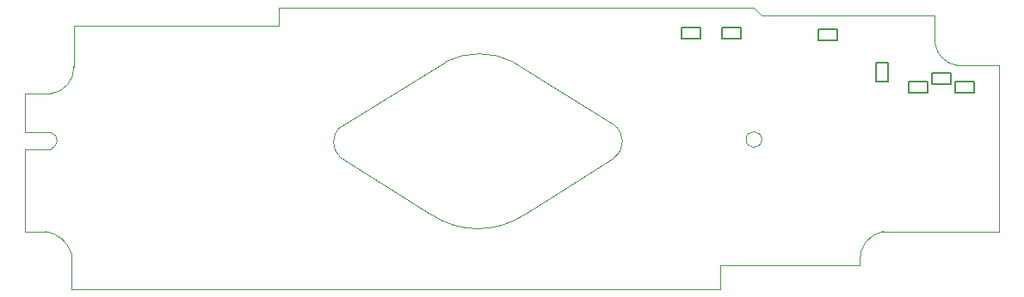
<source format=gbr>
%TF.GenerationSoftware,KiCad,Pcbnew,(7.0.0)*%
%TF.CreationDate,2023-04-17T21:08:14+08:00*%
%TF.ProjectId,opsx_x,6f707378-5f78-42e6-9b69-6361645f7063,rev?*%
%TF.SameCoordinates,Original*%
%TF.FileFunction,Profile,NP*%
%FSLAX46Y46*%
G04 Gerber Fmt 4.6, Leading zero omitted, Abs format (unit mm)*
G04 Created by KiCad (PCBNEW (7.0.0)) date 2023-04-17 21:08:14*
%MOMM*%
%LPD*%
G01*
G04 APERTURE LIST*
%TA.AperFunction,Profile*%
%ADD10C,0.100000*%
%TD*%
%TA.AperFunction,Profile*%
%ADD11C,0.200000*%
%TD*%
G04 APERTURE END LIST*
D10*
%TO.C,sx1*%
X25397599Y-66266200D02*
X27937599Y-66266200D01*
X25397599Y-70076200D02*
X25397599Y-66266200D01*
X25397599Y-71727200D02*
X27937599Y-71727200D01*
X25397599Y-79855200D02*
X25397599Y-71727200D01*
X27429599Y-79855200D02*
X25397599Y-79855200D01*
X27937599Y-70076200D02*
X25397599Y-70076200D01*
X29969599Y-85570200D02*
X29969599Y-82014200D01*
X30223599Y-59535200D02*
X30223599Y-63599200D01*
X30223599Y-59535200D02*
X50416599Y-59535200D01*
X50416599Y-57757200D02*
X97152599Y-57757200D01*
X50416599Y-59535200D02*
X50416599Y-57757200D01*
X56385599Y-69568200D02*
X66799599Y-63091200D01*
X56385599Y-72489200D02*
X65402599Y-78204200D01*
X73403599Y-63091200D02*
X83309599Y-69314200D01*
X83309599Y-72616200D02*
X74546599Y-78204200D01*
X93850599Y-83157200D02*
X93850599Y-85570200D01*
X93850599Y-85570200D02*
X29969599Y-85570200D01*
X97152599Y-57757200D02*
X97914599Y-58519200D01*
X97914599Y-58519200D02*
X114932599Y-58519200D01*
X107566599Y-82776200D02*
X107566599Y-83157200D01*
X107566599Y-83157200D02*
X93850599Y-83157200D01*
X114932599Y-58519200D02*
X114932599Y-61313200D01*
X117091599Y-63472200D02*
X121282599Y-63472200D01*
X121282599Y-63472200D02*
X121282599Y-79855200D01*
X121282599Y-79855200D02*
X109852599Y-79855200D01*
D11*
X90015199Y-59713000D02*
X91894799Y-59713000D01*
X91894799Y-59713000D02*
X91894799Y-60830600D01*
X91894799Y-60830600D02*
X90015199Y-60830600D01*
X90015199Y-60830600D02*
X90015199Y-59713000D01*
X93977599Y-59713000D02*
X95857199Y-59713000D01*
X95857199Y-59713000D02*
X95857199Y-60830600D01*
X95857199Y-60830600D02*
X93977599Y-60830600D01*
X93977599Y-60830600D02*
X93977599Y-59713000D01*
X103426399Y-59865400D02*
X105305999Y-59865400D01*
X105305999Y-59865400D02*
X105305999Y-60983000D01*
X105305999Y-60983000D02*
X103426399Y-60983000D01*
X103426399Y-60983000D02*
X103426399Y-59865400D01*
X109166799Y-65097800D02*
X110284399Y-65097800D01*
X110284399Y-65097800D02*
X110284399Y-63218200D01*
X110284399Y-63218200D02*
X109166799Y-63218200D01*
X109166799Y-63218200D02*
X109166799Y-65097800D01*
X112316399Y-65047000D02*
X114195999Y-65047000D01*
X114195999Y-65047000D02*
X114195999Y-66164600D01*
X114195999Y-66164600D02*
X112316399Y-66164600D01*
X112316399Y-66164600D02*
X112316399Y-65047000D01*
X114653199Y-64234200D02*
X116532799Y-64234200D01*
X116532799Y-64234200D02*
X116532799Y-65351800D01*
X116532799Y-65351800D02*
X114653199Y-65351800D01*
X114653199Y-65351800D02*
X114653199Y-64234200D01*
X116939199Y-65047000D02*
X118818799Y-65047000D01*
X118818799Y-65047000D02*
X118818799Y-66164600D01*
X118818799Y-66164600D02*
X116939199Y-66164600D01*
X116939199Y-66164600D02*
X116939199Y-65047000D01*
D10*
X29969598Y-82014200D02*
G75*
G03*
X27429599Y-79855201I-2952784J-900247D01*
G01*
X27937599Y-71727200D02*
G75*
G03*
X27937599Y-70076200I-219075J825500D01*
G01*
X27937599Y-66266200D02*
G75*
G03*
X30223599Y-63599200I-335670J2600931D01*
G01*
X56385599Y-69568200D02*
G75*
G03*
X56385599Y-72489200I1362075J-1460500D01*
G01*
X73403598Y-63091201D02*
G75*
G03*
X66799600Y-63091201I-3301999J-6773330D01*
G01*
X65402599Y-78204200D02*
G75*
G03*
X74546599Y-78204200I4572000J6896432D01*
G01*
X83309598Y-72616199D02*
G75*
G03*
X83309599Y-69314201I-1088568J1650999D01*
G01*
X109852600Y-79855209D02*
G75*
G03*
X107566599Y-82776200I485900J-2735291D01*
G01*
X114932600Y-61313200D02*
G75*
G03*
X117091599Y-63472199I2581000J422000D01*
G01*
X97899710Y-70787400D02*
G75*
G03*
X97899710Y-70787400I-772511J0D01*
G01*
%TD*%
M02*

</source>
